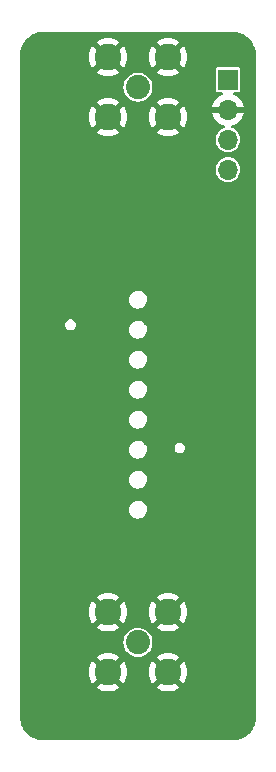
<source format=gbr>
%TF.GenerationSoftware,KiCad,Pcbnew,7.0.5*%
%TF.CreationDate,2023-06-23T15:01:08-05:00*%
%TF.ProjectId,Single.Channel.Amp,53696e67-6c65-42e4-9368-616e6e656c2e,rev?*%
%TF.SameCoordinates,Original*%
%TF.FileFunction,Copper,L3,Inr*%
%TF.FilePolarity,Positive*%
%FSLAX46Y46*%
G04 Gerber Fmt 4.6, Leading zero omitted, Abs format (unit mm)*
G04 Created by KiCad (PCBNEW 7.0.5) date 2023-06-23 15:01:08*
%MOMM*%
%LPD*%
G01*
G04 APERTURE LIST*
%TA.AperFunction,ComponentPad*%
%ADD10R,1.700000X1.700000*%
%TD*%
%TA.AperFunction,ComponentPad*%
%ADD11O,1.700000X1.700000*%
%TD*%
%TA.AperFunction,ComponentPad*%
%ADD12C,2.050000*%
%TD*%
%TA.AperFunction,ComponentPad*%
%ADD13C,2.250000*%
%TD*%
G04 APERTURE END LIST*
D10*
%TO.N,Net-(D1-A)*%
%TO.C,J3*%
X72620000Y-19370000D03*
D11*
%TO.N,GND*%
X72620000Y-21910000D03*
%TO.N,GND1*%
X72620000Y-24450000D03*
%TO.N,Net-(D2-K)*%
X72620000Y-26990000D03*
%TD*%
D12*
%TO.N,Net-(J2-Input)*%
%TO.C,J4*%
X65000000Y-67000000D03*
D13*
%TO.N,GND*%
X62460000Y-64460000D03*
X62460000Y-69540000D03*
X67540000Y-64460000D03*
X67540000Y-69540000D03*
%TD*%
D12*
%TO.N,Net-(J2-Output)*%
%TO.C,J5*%
X65000000Y-20000000D03*
D13*
%TO.N,GND*%
X62460000Y-17460000D03*
X62460000Y-22540000D03*
X67540000Y-17460000D03*
X67540000Y-22540000D03*
%TD*%
%TA.AperFunction,Conductor*%
%TO.N,GND*%
G36*
X73002019Y-15310633D02*
G01*
X73040149Y-15313131D01*
X73083793Y-15315992D01*
X73265459Y-15328985D01*
X73273102Y-15330015D01*
X73367572Y-15348806D01*
X73372190Y-15349912D01*
X73543719Y-15398061D01*
X73697413Y-15441204D01*
X73702315Y-15442802D01*
X73791762Y-15476164D01*
X73797481Y-15478634D01*
X73862544Y-15510719D01*
X73868651Y-15514176D01*
X74033108Y-15620000D01*
X74054728Y-15633912D01*
X74272782Y-15774225D01*
X74287440Y-15785274D01*
X74307332Y-15802718D01*
X74359510Y-15848476D01*
X74362463Y-15851243D01*
X74458770Y-15947550D01*
X74461531Y-15950498D01*
X74475243Y-15966135D01*
X74477144Y-15968410D01*
X74638444Y-16171187D01*
X74641459Y-16175318D01*
X74655410Y-16196197D01*
X74704958Y-16270351D01*
X74707824Y-16275085D01*
X74773806Y-16395921D01*
X74774996Y-16398213D01*
X74831352Y-16512492D01*
X74833839Y-16518251D01*
X74882881Y-16649737D01*
X74883500Y-16651475D01*
X74923597Y-16769597D01*
X74925472Y-16776353D01*
X74956848Y-16920589D01*
X74979980Y-17036880D01*
X74981015Y-17044560D01*
X74994021Y-17226413D01*
X74999367Y-17307966D01*
X74999500Y-17312023D01*
X74999500Y-73307976D01*
X74999367Y-73312033D01*
X74994022Y-73393558D01*
X74986015Y-73505514D01*
X74985608Y-73509442D01*
X74966386Y-73650854D01*
X74965760Y-73654599D01*
X74956842Y-73699440D01*
X74925471Y-73843647D01*
X74923596Y-73850403D01*
X74883496Y-73968531D01*
X74882879Y-73970265D01*
X74872626Y-73997758D01*
X74871277Y-74001080D01*
X74771176Y-74228425D01*
X74768848Y-74233157D01*
X74707824Y-74344914D01*
X74704958Y-74349648D01*
X74633467Y-74456641D01*
X74631549Y-74459351D01*
X74549744Y-74568631D01*
X74546723Y-74572357D01*
X74461529Y-74669502D01*
X74458755Y-74672464D01*
X74362464Y-74768755D01*
X74359502Y-74771529D01*
X74262357Y-74856723D01*
X74258631Y-74859744D01*
X74149351Y-74941549D01*
X74146641Y-74943467D01*
X74039649Y-75014957D01*
X74034914Y-75017823D01*
X73914075Y-75083806D01*
X73911790Y-75084993D01*
X73904596Y-75088541D01*
X73902019Y-75089740D01*
X73702563Y-75177002D01*
X73699377Y-75178292D01*
X73660275Y-75192876D01*
X73658538Y-75193494D01*
X73540402Y-75233596D01*
X73533647Y-75235471D01*
X73462130Y-75251029D01*
X73455117Y-75252554D01*
X73451369Y-75253250D01*
X73156664Y-75298589D01*
X73151657Y-75299152D01*
X73083568Y-75304022D01*
X73077972Y-75304389D01*
X73070672Y-75304867D01*
X73066636Y-75305000D01*
X56947817Y-75305000D01*
X56942201Y-75304745D01*
X56685599Y-75281417D01*
X56679129Y-75280482D01*
X56638251Y-75272351D01*
X56610617Y-75266854D01*
X56466352Y-75235471D01*
X56459597Y-75233596D01*
X56341465Y-75193496D01*
X56339728Y-75192877D01*
X56210480Y-75144670D01*
X56205300Y-75142466D01*
X56184183Y-75132323D01*
X56088201Y-75084990D01*
X56085909Y-75083800D01*
X56035990Y-75056542D01*
X55965081Y-75017823D01*
X55960357Y-75014962D01*
X55853348Y-74943461D01*
X55850639Y-74941543D01*
X55810592Y-74911564D01*
X55741353Y-74859732D01*
X55737648Y-74856729D01*
X55640680Y-74771690D01*
X55636671Y-74767843D01*
X55487338Y-74611116D01*
X55485610Y-74609226D01*
X55453281Y-74572362D01*
X55450260Y-74568637D01*
X55368449Y-74459351D01*
X55366531Y-74456640D01*
X55295037Y-74349641D01*
X55292170Y-74344907D01*
X55226173Y-74224042D01*
X55225024Y-74221830D01*
X55168635Y-74107483D01*
X55166160Y-74101750D01*
X55117093Y-73970198D01*
X55116540Y-73968646D01*
X55076394Y-73850378D01*
X55074529Y-73843659D01*
X55067509Y-73811387D01*
X55067137Y-73809545D01*
X55016592Y-73536600D01*
X55015715Y-73529742D01*
X55005991Y-73393778D01*
X55000632Y-73312019D01*
X55000499Y-73307993D01*
X55000499Y-69540000D01*
X60829975Y-69540000D01*
X60850042Y-69794989D01*
X60909752Y-70043702D01*
X61007634Y-70280012D01*
X61007636Y-70280015D01*
X61141275Y-70498095D01*
X61141286Y-70498110D01*
X61144533Y-70501911D01*
X61144535Y-70501911D01*
X61708766Y-69937679D01*
X61752316Y-70019822D01*
X61872009Y-70160735D01*
X62019195Y-70272623D01*
X62061402Y-70292150D01*
X61498087Y-70855464D01*
X61498087Y-70855465D01*
X61501888Y-70858712D01*
X61501898Y-70858719D01*
X61719984Y-70992363D01*
X61719987Y-70992365D01*
X61956297Y-71090247D01*
X62205011Y-71149957D01*
X62205010Y-71149957D01*
X62460000Y-71170024D01*
X62714989Y-71149957D01*
X62963702Y-71090247D01*
X63200012Y-70992365D01*
X63200015Y-70992363D01*
X63418103Y-70858719D01*
X63421912Y-70855464D01*
X62858609Y-70292161D01*
X62977431Y-70220669D01*
X63111658Y-70093523D01*
X63214861Y-69941309D01*
X63775464Y-70501912D01*
X63778719Y-70498103D01*
X63912363Y-70280015D01*
X63912365Y-70280012D01*
X64010247Y-70043702D01*
X64069957Y-69794989D01*
X64090024Y-69540000D01*
X65909975Y-69540000D01*
X65930042Y-69794989D01*
X65989752Y-70043702D01*
X66087634Y-70280012D01*
X66087636Y-70280015D01*
X66221275Y-70498095D01*
X66221286Y-70498110D01*
X66224533Y-70501911D01*
X66224535Y-70501911D01*
X66788766Y-69937679D01*
X66832316Y-70019822D01*
X66952009Y-70160735D01*
X67099195Y-70272623D01*
X67141402Y-70292150D01*
X66578087Y-70855464D01*
X66578087Y-70855465D01*
X66581888Y-70858712D01*
X66581898Y-70858719D01*
X66799984Y-70992363D01*
X66799987Y-70992365D01*
X67036297Y-71090247D01*
X67285011Y-71149957D01*
X67285010Y-71149957D01*
X67540000Y-71170024D01*
X67794989Y-71149957D01*
X68043702Y-71090247D01*
X68280012Y-70992365D01*
X68280015Y-70992363D01*
X68498103Y-70858719D01*
X68501912Y-70855464D01*
X67938609Y-70292161D01*
X68057431Y-70220669D01*
X68191658Y-70093523D01*
X68294861Y-69941309D01*
X68855464Y-70501912D01*
X68858719Y-70498103D01*
X68992363Y-70280015D01*
X68992365Y-70280012D01*
X69090247Y-70043702D01*
X69149957Y-69794989D01*
X69170024Y-69540000D01*
X69149957Y-69285010D01*
X69090247Y-69036297D01*
X68992365Y-68799987D01*
X68992363Y-68799984D01*
X68858719Y-68581898D01*
X68858712Y-68581888D01*
X68855465Y-68578087D01*
X68855464Y-68578087D01*
X68291232Y-69142319D01*
X68247684Y-69060178D01*
X68127991Y-68919265D01*
X67980805Y-68807377D01*
X67938597Y-68787849D01*
X68501911Y-68224535D01*
X68501911Y-68224533D01*
X68498110Y-68221286D01*
X68498095Y-68221275D01*
X68280015Y-68087636D01*
X68280012Y-68087634D01*
X68043702Y-67989752D01*
X67794988Y-67930042D01*
X67794989Y-67930042D01*
X67540000Y-67909975D01*
X67285010Y-67930042D01*
X67036297Y-67989752D01*
X66799987Y-68087634D01*
X66799984Y-68087636D01*
X66581897Y-68221280D01*
X66578087Y-68224534D01*
X67141390Y-68787837D01*
X67022569Y-68859331D01*
X66888342Y-68986477D01*
X66785138Y-69138691D01*
X66224534Y-68578087D01*
X66221280Y-68581897D01*
X66087636Y-68799984D01*
X66087634Y-68799987D01*
X65989752Y-69036297D01*
X65930042Y-69285010D01*
X65909975Y-69540000D01*
X64090024Y-69540000D01*
X64069957Y-69285010D01*
X64010247Y-69036297D01*
X63912365Y-68799987D01*
X63912363Y-68799984D01*
X63778719Y-68581898D01*
X63778712Y-68581888D01*
X63775465Y-68578087D01*
X63775464Y-68578087D01*
X63211232Y-69142319D01*
X63167684Y-69060178D01*
X63047991Y-68919265D01*
X62900805Y-68807377D01*
X62858596Y-68787849D01*
X63421911Y-68224535D01*
X63421911Y-68224533D01*
X63418110Y-68221286D01*
X63418095Y-68221275D01*
X63200015Y-68087636D01*
X63200012Y-68087634D01*
X62963702Y-67989752D01*
X62714988Y-67930042D01*
X62714989Y-67930042D01*
X62460000Y-67909975D01*
X62205010Y-67930042D01*
X61956297Y-67989752D01*
X61719987Y-68087634D01*
X61719984Y-68087636D01*
X61501897Y-68221280D01*
X61498087Y-68224534D01*
X62061390Y-68787838D01*
X61942569Y-68859331D01*
X61808342Y-68986477D01*
X61705138Y-69138691D01*
X61144533Y-68578087D01*
X61141280Y-68581897D01*
X61007636Y-68799984D01*
X61007634Y-68799987D01*
X60909752Y-69036297D01*
X60850042Y-69285010D01*
X60829975Y-69540000D01*
X55000499Y-69540000D01*
X55000499Y-67000001D01*
X63769819Y-67000001D01*
X63788507Y-67213613D01*
X63788509Y-67213624D01*
X63844005Y-67420739D01*
X63844007Y-67420743D01*
X63844008Y-67420747D01*
X63889320Y-67517918D01*
X63934631Y-67615090D01*
X63934632Y-67615091D01*
X64057627Y-67790745D01*
X64209255Y-67942373D01*
X64384909Y-68065368D01*
X64579253Y-68155992D01*
X64786381Y-68211492D01*
X64935442Y-68224533D01*
X64999998Y-68230181D01*
X65000000Y-68230181D01*
X65000002Y-68230181D01*
X65053404Y-68225508D01*
X65213619Y-68211492D01*
X65420747Y-68155992D01*
X65615091Y-68065368D01*
X65790745Y-67942373D01*
X65942373Y-67790745D01*
X66065368Y-67615091D01*
X66155992Y-67420747D01*
X66211492Y-67213619D01*
X66230181Y-67000000D01*
X66211492Y-66786381D01*
X66155992Y-66579253D01*
X66065368Y-66384910D01*
X65942373Y-66209255D01*
X65790745Y-66057627D01*
X65615091Y-65934632D01*
X65615092Y-65934632D01*
X65615090Y-65934631D01*
X65517918Y-65889320D01*
X65420747Y-65844008D01*
X65420743Y-65844007D01*
X65420739Y-65844005D01*
X65213624Y-65788509D01*
X65213620Y-65788508D01*
X65213619Y-65788508D01*
X65213618Y-65788507D01*
X65213613Y-65788507D01*
X65000002Y-65769819D01*
X64999998Y-65769819D01*
X64786386Y-65788507D01*
X64786375Y-65788509D01*
X64579260Y-65844005D01*
X64579251Y-65844009D01*
X64384910Y-65934631D01*
X64384908Y-65934632D01*
X64209259Y-66057623D01*
X64209253Y-66057628D01*
X64057628Y-66209253D01*
X64057623Y-66209259D01*
X63934632Y-66384908D01*
X63934631Y-66384910D01*
X63844009Y-66579251D01*
X63844005Y-66579260D01*
X63788509Y-66786375D01*
X63788507Y-66786386D01*
X63769819Y-66999998D01*
X63769819Y-67000001D01*
X55000499Y-67000001D01*
X55000499Y-64460000D01*
X60829975Y-64460000D01*
X60850042Y-64714989D01*
X60909752Y-64963702D01*
X61007634Y-65200012D01*
X61007636Y-65200015D01*
X61141275Y-65418095D01*
X61141286Y-65418110D01*
X61144533Y-65421911D01*
X61144535Y-65421911D01*
X61708766Y-64857679D01*
X61752316Y-64939822D01*
X61872009Y-65080735D01*
X62019195Y-65192623D01*
X62061402Y-65212150D01*
X61498087Y-65775464D01*
X61498087Y-65775465D01*
X61501888Y-65778712D01*
X61501898Y-65778719D01*
X61719984Y-65912363D01*
X61719987Y-65912365D01*
X61956297Y-66010247D01*
X62205011Y-66069957D01*
X62205010Y-66069957D01*
X62459999Y-66090024D01*
X62714989Y-66069957D01*
X62963702Y-66010247D01*
X63200012Y-65912365D01*
X63200015Y-65912363D01*
X63418103Y-65778719D01*
X63421912Y-65775464D01*
X62858609Y-65212161D01*
X62977431Y-65140669D01*
X63111658Y-65013523D01*
X63214861Y-64861309D01*
X63775464Y-65421912D01*
X63778719Y-65418103D01*
X63912363Y-65200015D01*
X63912365Y-65200012D01*
X64010247Y-64963702D01*
X64069957Y-64714989D01*
X64090024Y-64460000D01*
X65909975Y-64460000D01*
X65930042Y-64714989D01*
X65989752Y-64963702D01*
X66087634Y-65200012D01*
X66087636Y-65200015D01*
X66221275Y-65418095D01*
X66221286Y-65418110D01*
X66224533Y-65421911D01*
X66224535Y-65421911D01*
X66788766Y-64857679D01*
X66832316Y-64939822D01*
X66952009Y-65080735D01*
X67099195Y-65192623D01*
X67141402Y-65212150D01*
X66578087Y-65775464D01*
X66578087Y-65775465D01*
X66581888Y-65778712D01*
X66581898Y-65778719D01*
X66799984Y-65912363D01*
X66799987Y-65912365D01*
X67036297Y-66010247D01*
X67285011Y-66069957D01*
X67285010Y-66069957D01*
X67539999Y-66090024D01*
X67794989Y-66069957D01*
X68043702Y-66010247D01*
X68280012Y-65912365D01*
X68280015Y-65912363D01*
X68498103Y-65778719D01*
X68501912Y-65775464D01*
X67938609Y-65212161D01*
X68057431Y-65140669D01*
X68191658Y-65013523D01*
X68294861Y-64861308D01*
X68855464Y-65421912D01*
X68858719Y-65418103D01*
X68992363Y-65200015D01*
X68992365Y-65200012D01*
X69090247Y-64963702D01*
X69149957Y-64714989D01*
X69170024Y-64460000D01*
X69149957Y-64205010D01*
X69090247Y-63956297D01*
X68992365Y-63719987D01*
X68992363Y-63719984D01*
X68858719Y-63501898D01*
X68858712Y-63501888D01*
X68855465Y-63498087D01*
X68855464Y-63498087D01*
X68291232Y-64062319D01*
X68247684Y-63980178D01*
X68127991Y-63839265D01*
X67980805Y-63727377D01*
X67938597Y-63707849D01*
X68501911Y-63144535D01*
X68501911Y-63144533D01*
X68498110Y-63141286D01*
X68498095Y-63141275D01*
X68280015Y-63007636D01*
X68280012Y-63007634D01*
X68043702Y-62909752D01*
X67794988Y-62850042D01*
X67794989Y-62850042D01*
X67539999Y-62829975D01*
X67285010Y-62850042D01*
X67036297Y-62909752D01*
X66799987Y-63007634D01*
X66799984Y-63007636D01*
X66581897Y-63141280D01*
X66578087Y-63144534D01*
X67141390Y-63707837D01*
X67022569Y-63779331D01*
X66888342Y-63906477D01*
X66785139Y-64058690D01*
X66224534Y-63498087D01*
X66221280Y-63501897D01*
X66087636Y-63719984D01*
X66087634Y-63719987D01*
X65989752Y-63956297D01*
X65930042Y-64205010D01*
X65909975Y-64460000D01*
X64090024Y-64460000D01*
X64069957Y-64205010D01*
X64010247Y-63956297D01*
X63912365Y-63719987D01*
X63912363Y-63719984D01*
X63778719Y-63501898D01*
X63778712Y-63501888D01*
X63775465Y-63498087D01*
X63775464Y-63498087D01*
X63211232Y-64062318D01*
X63167684Y-63980178D01*
X63047991Y-63839265D01*
X62900805Y-63727377D01*
X62858597Y-63707849D01*
X63421911Y-63144535D01*
X63421911Y-63144533D01*
X63418110Y-63141286D01*
X63418095Y-63141275D01*
X63200015Y-63007636D01*
X63200012Y-63007634D01*
X62963702Y-62909752D01*
X62714988Y-62850042D01*
X62714989Y-62850042D01*
X62459999Y-62829975D01*
X62205010Y-62850042D01*
X61956297Y-62909752D01*
X61719987Y-63007634D01*
X61719984Y-63007636D01*
X61501897Y-63141280D01*
X61498087Y-63144534D01*
X62061390Y-63707837D01*
X61942569Y-63779331D01*
X61808342Y-63906477D01*
X61705138Y-64058691D01*
X61144534Y-63498087D01*
X61141280Y-63501897D01*
X61007636Y-63719984D01*
X61007634Y-63719987D01*
X60909752Y-63956297D01*
X60850042Y-64205010D01*
X60829975Y-64460000D01*
X55000499Y-64460000D01*
X55000499Y-55823933D01*
X64245668Y-55823933D01*
X64261058Y-55911210D01*
X64276135Y-55996711D01*
X64345623Y-56157804D01*
X64345624Y-56157806D01*
X64345626Y-56157809D01*
X64400278Y-56231218D01*
X64450390Y-56298530D01*
X64584786Y-56411302D01*
X64662488Y-56450325D01*
X64741562Y-56490038D01*
X64741563Y-56490038D01*
X64741567Y-56490040D01*
X64912279Y-56530500D01*
X64912282Y-56530500D01*
X65043701Y-56530500D01*
X65043709Y-56530500D01*
X65174255Y-56515241D01*
X65339117Y-56455237D01*
X65485696Y-56358830D01*
X65606092Y-56231218D01*
X65693812Y-56079281D01*
X65744130Y-55911210D01*
X65754331Y-55736065D01*
X65723865Y-55563289D01*
X65654377Y-55402196D01*
X65549610Y-55261470D01*
X65477747Y-55201170D01*
X65415214Y-55148698D01*
X65415212Y-55148697D01*
X65258437Y-55069961D01*
X65258433Y-55069960D01*
X65087721Y-55029500D01*
X64956291Y-55029500D01*
X64851854Y-55041707D01*
X64825743Y-55044759D01*
X64825740Y-55044760D01*
X64660884Y-55104762D01*
X64660880Y-55104764D01*
X64514306Y-55201167D01*
X64514305Y-55201168D01*
X64393910Y-55328778D01*
X64306188Y-55480718D01*
X64255870Y-55648789D01*
X64255869Y-55648794D01*
X64245668Y-55823933D01*
X55000499Y-55823933D01*
X55000499Y-53283933D01*
X64245668Y-53283933D01*
X64261058Y-53371210D01*
X64276135Y-53456711D01*
X64345623Y-53617804D01*
X64345624Y-53617806D01*
X64345626Y-53617809D01*
X64400278Y-53691218D01*
X64450390Y-53758530D01*
X64584786Y-53871302D01*
X64662488Y-53910325D01*
X64741562Y-53950038D01*
X64741563Y-53950038D01*
X64741567Y-53950040D01*
X64912279Y-53990500D01*
X64912282Y-53990500D01*
X65043701Y-53990500D01*
X65043709Y-53990500D01*
X65174255Y-53975241D01*
X65339117Y-53915237D01*
X65485696Y-53818830D01*
X65606092Y-53691218D01*
X65693812Y-53539281D01*
X65744130Y-53371210D01*
X65754331Y-53196065D01*
X65723865Y-53023289D01*
X65654377Y-52862196D01*
X65549610Y-52721470D01*
X65477747Y-52661170D01*
X65415214Y-52608698D01*
X65415212Y-52608697D01*
X65258437Y-52529961D01*
X65258433Y-52529960D01*
X65087721Y-52489500D01*
X64956291Y-52489500D01*
X64851854Y-52501707D01*
X64825743Y-52504759D01*
X64825740Y-52504760D01*
X64660884Y-52564762D01*
X64660880Y-52564764D01*
X64514306Y-52661167D01*
X64514305Y-52661168D01*
X64393910Y-52788778D01*
X64306188Y-52940718D01*
X64255870Y-53108789D01*
X64255869Y-53108794D01*
X64245668Y-53283933D01*
X55000499Y-53283933D01*
X55000499Y-50743933D01*
X64245668Y-50743933D01*
X64271243Y-50888967D01*
X64276135Y-50916711D01*
X64345623Y-51077804D01*
X64345624Y-51077806D01*
X64345626Y-51077809D01*
X64400278Y-51151218D01*
X64450390Y-51218530D01*
X64584786Y-51331302D01*
X64662488Y-51370325D01*
X64741562Y-51410038D01*
X64741563Y-51410038D01*
X64741567Y-51410040D01*
X64912279Y-51450500D01*
X64912282Y-51450500D01*
X65043701Y-51450500D01*
X65043709Y-51450500D01*
X65174255Y-51435241D01*
X65339117Y-51375237D01*
X65485696Y-51278830D01*
X65606092Y-51151218D01*
X65693812Y-50999281D01*
X65744130Y-50831210D01*
X65754331Y-50656065D01*
X65734747Y-50545000D01*
X68099867Y-50545000D01*
X68118302Y-50673225D01*
X68150594Y-50743933D01*
X68172118Y-50791063D01*
X68256951Y-50888967D01*
X68365931Y-50959004D01*
X68490225Y-50995499D01*
X68490227Y-50995500D01*
X68490228Y-50995500D01*
X68619773Y-50995500D01*
X68619773Y-50995499D01*
X68744069Y-50959004D01*
X68853049Y-50888967D01*
X68937882Y-50791063D01*
X68991697Y-50673226D01*
X69010133Y-50545000D01*
X68991697Y-50416774D01*
X68937882Y-50298937D01*
X68853049Y-50201033D01*
X68744069Y-50130996D01*
X68744065Y-50130994D01*
X68744064Y-50130994D01*
X68619774Y-50094500D01*
X68619772Y-50094500D01*
X68490228Y-50094500D01*
X68490226Y-50094500D01*
X68365935Y-50130994D01*
X68365932Y-50130995D01*
X68365931Y-50130996D01*
X68314677Y-50163934D01*
X68256950Y-50201033D01*
X68172118Y-50298937D01*
X68172117Y-50298938D01*
X68118302Y-50416774D01*
X68099867Y-50545000D01*
X65734747Y-50545000D01*
X65723865Y-50483289D01*
X65654377Y-50322196D01*
X65637061Y-50298937D01*
X65549609Y-50181469D01*
X65415214Y-50068698D01*
X65415212Y-50068697D01*
X65258437Y-49989961D01*
X65258433Y-49989960D01*
X65087721Y-49949500D01*
X64956291Y-49949500D01*
X64851854Y-49961707D01*
X64825743Y-49964759D01*
X64825740Y-49964760D01*
X64660884Y-50024762D01*
X64660880Y-50024764D01*
X64514306Y-50121167D01*
X64514305Y-50121168D01*
X64393910Y-50248778D01*
X64306188Y-50400718D01*
X64255870Y-50568789D01*
X64255869Y-50568794D01*
X64245668Y-50743933D01*
X55000499Y-50743933D01*
X55000499Y-48203933D01*
X64245668Y-48203933D01*
X64261058Y-48291210D01*
X64276135Y-48376711D01*
X64345623Y-48537804D01*
X64345624Y-48537806D01*
X64345626Y-48537809D01*
X64400278Y-48611218D01*
X64450390Y-48678530D01*
X64584786Y-48791302D01*
X64662488Y-48830325D01*
X64741562Y-48870038D01*
X64741563Y-48870038D01*
X64741567Y-48870040D01*
X64912279Y-48910500D01*
X64912282Y-48910500D01*
X65043701Y-48910500D01*
X65043709Y-48910500D01*
X65174255Y-48895241D01*
X65339117Y-48835237D01*
X65485696Y-48738830D01*
X65606092Y-48611218D01*
X65693812Y-48459281D01*
X65744130Y-48291210D01*
X65754331Y-48116065D01*
X65723865Y-47943289D01*
X65654377Y-47782196D01*
X65549610Y-47641470D01*
X65477747Y-47581170D01*
X65415214Y-47528698D01*
X65415212Y-47528697D01*
X65258437Y-47449961D01*
X65258433Y-47449960D01*
X65087721Y-47409500D01*
X64956291Y-47409500D01*
X64851854Y-47421707D01*
X64825743Y-47424759D01*
X64825740Y-47424760D01*
X64660884Y-47484762D01*
X64660880Y-47484764D01*
X64514306Y-47581167D01*
X64514305Y-47581168D01*
X64393910Y-47708778D01*
X64306188Y-47860718D01*
X64255870Y-48028789D01*
X64255869Y-48028794D01*
X64245668Y-48203933D01*
X55000499Y-48203933D01*
X55000499Y-45663933D01*
X64245668Y-45663933D01*
X64261058Y-45751210D01*
X64276135Y-45836711D01*
X64345623Y-45997804D01*
X64345624Y-45997806D01*
X64345626Y-45997809D01*
X64400278Y-46071218D01*
X64450390Y-46138530D01*
X64584786Y-46251302D01*
X64662488Y-46290325D01*
X64741562Y-46330038D01*
X64741563Y-46330038D01*
X64741567Y-46330040D01*
X64912279Y-46370500D01*
X64912282Y-46370500D01*
X65043701Y-46370500D01*
X65043709Y-46370500D01*
X65174255Y-46355241D01*
X65339117Y-46295237D01*
X65485696Y-46198830D01*
X65606092Y-46071218D01*
X65693812Y-45919281D01*
X65744130Y-45751210D01*
X65754331Y-45576065D01*
X65723865Y-45403289D01*
X65654377Y-45242196D01*
X65549610Y-45101470D01*
X65477747Y-45041170D01*
X65415214Y-44988698D01*
X65415212Y-44988697D01*
X65258437Y-44909961D01*
X65258433Y-44909960D01*
X65087721Y-44869500D01*
X64956291Y-44869500D01*
X64851854Y-44881707D01*
X64825743Y-44884759D01*
X64825740Y-44884760D01*
X64660884Y-44944762D01*
X64660880Y-44944764D01*
X64514306Y-45041167D01*
X64514305Y-45041168D01*
X64393910Y-45168778D01*
X64306188Y-45320718D01*
X64255870Y-45488789D01*
X64255869Y-45488794D01*
X64245668Y-45663933D01*
X55000499Y-45663933D01*
X55000499Y-43123933D01*
X64245668Y-43123933D01*
X64261058Y-43211210D01*
X64276135Y-43296711D01*
X64345623Y-43457804D01*
X64345624Y-43457806D01*
X64345626Y-43457809D01*
X64400278Y-43531218D01*
X64450390Y-43598530D01*
X64584786Y-43711302D01*
X64662488Y-43750325D01*
X64741562Y-43790038D01*
X64741563Y-43790038D01*
X64741567Y-43790040D01*
X64912279Y-43830500D01*
X64912282Y-43830500D01*
X65043701Y-43830500D01*
X65043709Y-43830500D01*
X65174255Y-43815241D01*
X65339117Y-43755237D01*
X65485696Y-43658830D01*
X65606092Y-43531218D01*
X65693812Y-43379281D01*
X65744130Y-43211210D01*
X65754331Y-43036065D01*
X65723865Y-42863289D01*
X65654377Y-42702196D01*
X65549610Y-42561470D01*
X65477747Y-42501170D01*
X65415214Y-42448698D01*
X65415212Y-42448697D01*
X65258437Y-42369961D01*
X65258433Y-42369960D01*
X65087721Y-42329500D01*
X64956291Y-42329500D01*
X64851854Y-42341707D01*
X64825743Y-42344759D01*
X64825740Y-42344760D01*
X64660884Y-42404762D01*
X64660880Y-42404764D01*
X64514306Y-42501167D01*
X64514305Y-42501168D01*
X64393910Y-42628778D01*
X64306188Y-42780718D01*
X64255870Y-42948789D01*
X64255869Y-42948794D01*
X64245668Y-43123933D01*
X55000499Y-43123933D01*
X55000499Y-40583933D01*
X64245668Y-40583933D01*
X64261058Y-40671210D01*
X64276135Y-40756711D01*
X64345623Y-40917804D01*
X64345624Y-40917806D01*
X64345626Y-40917809D01*
X64400278Y-40991218D01*
X64450390Y-41058530D01*
X64584786Y-41171302D01*
X64662488Y-41210325D01*
X64741562Y-41250038D01*
X64741563Y-41250038D01*
X64741567Y-41250040D01*
X64912279Y-41290500D01*
X64912282Y-41290500D01*
X65043701Y-41290500D01*
X65043709Y-41290500D01*
X65174255Y-41275241D01*
X65339117Y-41215237D01*
X65485696Y-41118830D01*
X65606092Y-40991218D01*
X65693812Y-40839281D01*
X65744130Y-40671210D01*
X65754331Y-40496065D01*
X65723865Y-40323289D01*
X65654377Y-40162196D01*
X65615518Y-40110000D01*
X65549609Y-40021469D01*
X65415214Y-39908698D01*
X65415212Y-39908697D01*
X65258437Y-39829961D01*
X65258433Y-39829960D01*
X65087721Y-39789500D01*
X64956291Y-39789500D01*
X64851854Y-39801707D01*
X64825743Y-39804759D01*
X64825740Y-39804760D01*
X64660884Y-39864762D01*
X64660880Y-39864764D01*
X64514306Y-39961167D01*
X64514305Y-39961168D01*
X64393910Y-40088778D01*
X64306188Y-40240718D01*
X64255870Y-40408789D01*
X64255869Y-40408794D01*
X64245668Y-40583933D01*
X55000499Y-40583933D01*
X55000499Y-40110000D01*
X58819867Y-40110000D01*
X58838302Y-40238225D01*
X58877150Y-40323289D01*
X58892118Y-40356063D01*
X58976951Y-40453967D01*
X59085931Y-40524004D01*
X59210225Y-40560499D01*
X59210227Y-40560500D01*
X59210228Y-40560500D01*
X59339773Y-40560500D01*
X59339773Y-40560499D01*
X59464069Y-40524004D01*
X59573049Y-40453967D01*
X59657882Y-40356063D01*
X59711697Y-40238226D01*
X59730133Y-40110000D01*
X59711697Y-39981774D01*
X59657882Y-39863937D01*
X59573049Y-39766033D01*
X59464069Y-39695996D01*
X59464065Y-39695994D01*
X59464064Y-39695994D01*
X59339774Y-39659500D01*
X59339772Y-39659500D01*
X59210228Y-39659500D01*
X59210226Y-39659500D01*
X59085935Y-39695994D01*
X59085932Y-39695995D01*
X59085931Y-39695996D01*
X59034677Y-39728934D01*
X58976950Y-39766033D01*
X58892118Y-39863937D01*
X58892117Y-39863938D01*
X58838302Y-39981774D01*
X58819867Y-40110000D01*
X55000499Y-40110000D01*
X55000499Y-38043933D01*
X64245668Y-38043933D01*
X64261058Y-38131210D01*
X64276135Y-38216711D01*
X64345623Y-38377804D01*
X64345624Y-38377806D01*
X64345626Y-38377809D01*
X64400278Y-38451218D01*
X64450390Y-38518530D01*
X64584786Y-38631302D01*
X64662488Y-38670325D01*
X64741562Y-38710038D01*
X64741563Y-38710038D01*
X64741567Y-38710040D01*
X64912279Y-38750500D01*
X64912282Y-38750500D01*
X65043701Y-38750500D01*
X65043709Y-38750500D01*
X65174255Y-38735241D01*
X65339117Y-38675237D01*
X65485696Y-38578830D01*
X65606092Y-38451218D01*
X65693812Y-38299281D01*
X65744130Y-38131210D01*
X65754331Y-37956065D01*
X65723865Y-37783289D01*
X65654377Y-37622196D01*
X65549610Y-37481470D01*
X65477747Y-37421170D01*
X65415214Y-37368698D01*
X65415212Y-37368697D01*
X65258437Y-37289961D01*
X65258433Y-37289960D01*
X65087721Y-37249500D01*
X64956291Y-37249500D01*
X64851854Y-37261707D01*
X64825743Y-37264759D01*
X64825740Y-37264760D01*
X64660884Y-37324762D01*
X64660880Y-37324764D01*
X64514306Y-37421167D01*
X64514305Y-37421168D01*
X64393910Y-37548778D01*
X64306188Y-37700718D01*
X64255870Y-37868789D01*
X64255869Y-37868794D01*
X64245668Y-38043933D01*
X55000499Y-38043933D01*
X55000499Y-26990000D01*
X71564417Y-26990000D01*
X71584699Y-27195932D01*
X71584700Y-27195934D01*
X71644768Y-27393954D01*
X71742315Y-27576450D01*
X71742317Y-27576452D01*
X71873589Y-27736410D01*
X71970209Y-27815702D01*
X72033550Y-27867685D01*
X72216046Y-27965232D01*
X72414066Y-28025300D01*
X72414065Y-28025300D01*
X72432529Y-28027118D01*
X72620000Y-28045583D01*
X72825934Y-28025300D01*
X73023954Y-27965232D01*
X73206450Y-27867685D01*
X73366410Y-27736410D01*
X73497685Y-27576450D01*
X73595232Y-27393954D01*
X73655300Y-27195934D01*
X73675583Y-26990000D01*
X73655300Y-26784066D01*
X73595232Y-26586046D01*
X73497685Y-26403550D01*
X73445702Y-26340209D01*
X73366410Y-26243589D01*
X73206452Y-26112317D01*
X73206453Y-26112317D01*
X73206450Y-26112315D01*
X73023954Y-26014768D01*
X72825934Y-25954700D01*
X72825932Y-25954699D01*
X72825934Y-25954699D01*
X72620000Y-25934417D01*
X72414067Y-25954699D01*
X72216043Y-26014769D01*
X72105898Y-26073643D01*
X72033550Y-26112315D01*
X72033548Y-26112316D01*
X72033547Y-26112317D01*
X71873589Y-26243589D01*
X71742317Y-26403547D01*
X71644769Y-26586043D01*
X71584699Y-26784067D01*
X71564417Y-26990000D01*
X55000499Y-26990000D01*
X55000499Y-22540000D01*
X60829975Y-22540000D01*
X60850042Y-22794989D01*
X60909752Y-23043702D01*
X61007634Y-23280012D01*
X61007636Y-23280015D01*
X61141275Y-23498095D01*
X61141286Y-23498110D01*
X61144533Y-23501911D01*
X61144535Y-23501911D01*
X61708766Y-22937679D01*
X61752316Y-23019822D01*
X61872009Y-23160735D01*
X62019195Y-23272623D01*
X62061402Y-23292150D01*
X61498087Y-23855464D01*
X61498087Y-23855465D01*
X61501888Y-23858712D01*
X61501898Y-23858719D01*
X61719984Y-23992363D01*
X61719987Y-23992365D01*
X61956297Y-24090247D01*
X62205011Y-24149957D01*
X62205010Y-24149957D01*
X62460000Y-24170024D01*
X62714989Y-24149957D01*
X62963702Y-24090247D01*
X63200012Y-23992365D01*
X63200015Y-23992363D01*
X63418103Y-23858719D01*
X63421912Y-23855464D01*
X62858609Y-23292161D01*
X62977431Y-23220669D01*
X63111658Y-23093523D01*
X63214861Y-22941309D01*
X63775464Y-23501912D01*
X63778719Y-23498103D01*
X63912363Y-23280015D01*
X63912365Y-23280012D01*
X64010247Y-23043702D01*
X64069957Y-22794989D01*
X64090024Y-22540000D01*
X65909975Y-22540000D01*
X65930042Y-22794989D01*
X65989752Y-23043702D01*
X66087634Y-23280012D01*
X66087636Y-23280015D01*
X66221275Y-23498095D01*
X66221286Y-23498110D01*
X66224533Y-23501911D01*
X66224535Y-23501911D01*
X66788766Y-22937679D01*
X66832316Y-23019822D01*
X66952009Y-23160735D01*
X67099195Y-23272623D01*
X67141402Y-23292150D01*
X66578087Y-23855464D01*
X66578087Y-23855465D01*
X66581888Y-23858712D01*
X66581898Y-23858719D01*
X66799984Y-23992363D01*
X66799987Y-23992365D01*
X67036297Y-24090247D01*
X67285011Y-24149957D01*
X67285010Y-24149957D01*
X67540000Y-24170024D01*
X67794989Y-24149957D01*
X68043702Y-24090247D01*
X68280012Y-23992365D01*
X68280015Y-23992363D01*
X68498103Y-23858719D01*
X68501912Y-23855464D01*
X67938609Y-23292161D01*
X68057431Y-23220669D01*
X68191658Y-23093523D01*
X68294861Y-22941309D01*
X68855464Y-23501912D01*
X68858719Y-23498103D01*
X68992363Y-23280015D01*
X68992365Y-23280012D01*
X69090247Y-23043702D01*
X69149957Y-22794989D01*
X69170024Y-22540000D01*
X69149957Y-22285010D01*
X69119945Y-22160000D01*
X71289364Y-22160000D01*
X71346567Y-22373486D01*
X71346570Y-22373492D01*
X71446399Y-22587578D01*
X71581894Y-22781082D01*
X71748917Y-22948105D01*
X71942421Y-23083600D01*
X72156507Y-23183429D01*
X72156516Y-23183433D01*
X72278649Y-23216158D01*
X72338310Y-23252523D01*
X72368839Y-23315369D01*
X72360545Y-23384745D01*
X72316059Y-23438623D01*
X72282552Y-23454593D01*
X72216046Y-23474767D01*
X72085358Y-23544622D01*
X72033550Y-23572315D01*
X72033548Y-23572316D01*
X72033547Y-23572317D01*
X71873589Y-23703589D01*
X71742317Y-23863547D01*
X71644769Y-24046043D01*
X71584699Y-24244067D01*
X71564417Y-24450000D01*
X71584699Y-24655932D01*
X71584700Y-24655934D01*
X71644768Y-24853954D01*
X71742315Y-25036450D01*
X71742317Y-25036452D01*
X71873589Y-25196410D01*
X71970209Y-25275702D01*
X72033550Y-25327685D01*
X72216046Y-25425232D01*
X72414066Y-25485300D01*
X72414065Y-25485300D01*
X72432529Y-25487118D01*
X72620000Y-25505583D01*
X72825934Y-25485300D01*
X73023954Y-25425232D01*
X73206450Y-25327685D01*
X73366410Y-25196410D01*
X73497685Y-25036450D01*
X73595232Y-24853954D01*
X73655300Y-24655934D01*
X73675583Y-24450000D01*
X73655300Y-24244066D01*
X73595232Y-24046046D01*
X73497685Y-23863550D01*
X73445702Y-23800209D01*
X73366410Y-23703589D01*
X73206452Y-23572317D01*
X73206453Y-23572317D01*
X73206450Y-23572315D01*
X73023954Y-23474768D01*
X72957447Y-23454593D01*
X72899009Y-23416296D01*
X72870553Y-23352484D01*
X72881113Y-23283417D01*
X72927337Y-23231023D01*
X72961350Y-23216158D01*
X73083483Y-23183433D01*
X73083492Y-23183429D01*
X73297578Y-23083600D01*
X73491082Y-22948105D01*
X73658105Y-22781082D01*
X73793600Y-22587578D01*
X73893429Y-22373492D01*
X73893432Y-22373486D01*
X73950636Y-22160000D01*
X73053686Y-22160000D01*
X73079493Y-22119844D01*
X73120000Y-21981889D01*
X73120000Y-21838111D01*
X73079493Y-21700156D01*
X73053686Y-21660000D01*
X73950636Y-21660000D01*
X73950635Y-21659999D01*
X73893432Y-21446513D01*
X73893429Y-21446507D01*
X73793600Y-21232422D01*
X73793599Y-21232420D01*
X73658113Y-21038926D01*
X73658108Y-21038920D01*
X73491082Y-20871894D01*
X73297578Y-20736399D01*
X73127052Y-20656882D01*
X73074613Y-20610710D01*
X73055461Y-20543516D01*
X73075677Y-20476635D01*
X73128842Y-20431300D01*
X73179457Y-20420500D01*
X73489750Y-20420500D01*
X73489751Y-20420499D01*
X73504568Y-20417552D01*
X73548229Y-20408868D01*
X73548229Y-20408867D01*
X73548231Y-20408867D01*
X73614552Y-20364552D01*
X73658867Y-20298231D01*
X73658867Y-20298229D01*
X73658868Y-20298229D01*
X73670499Y-20239752D01*
X73670500Y-20239750D01*
X73670500Y-18500249D01*
X73670499Y-18500247D01*
X73658868Y-18441770D01*
X73658867Y-18441769D01*
X73614552Y-18375447D01*
X73548230Y-18331132D01*
X73548229Y-18331131D01*
X73489752Y-18319500D01*
X73489748Y-18319500D01*
X71750252Y-18319500D01*
X71750247Y-18319500D01*
X71691770Y-18331131D01*
X71691769Y-18331132D01*
X71625447Y-18375447D01*
X71581132Y-18441769D01*
X71581131Y-18441770D01*
X71569500Y-18500247D01*
X71569500Y-20239752D01*
X71581131Y-20298229D01*
X71581132Y-20298230D01*
X71625447Y-20364552D01*
X71691769Y-20408867D01*
X71691770Y-20408868D01*
X71750247Y-20420499D01*
X71750250Y-20420500D01*
X72060543Y-20420500D01*
X72127582Y-20440185D01*
X72173337Y-20492989D01*
X72183281Y-20562147D01*
X72154256Y-20625703D01*
X72112948Y-20656882D01*
X71942422Y-20736399D01*
X71942420Y-20736400D01*
X71748926Y-20871886D01*
X71748920Y-20871891D01*
X71581891Y-21038920D01*
X71581886Y-21038926D01*
X71446400Y-21232420D01*
X71446399Y-21232422D01*
X71346570Y-21446507D01*
X71346567Y-21446513D01*
X71289364Y-21659999D01*
X71289364Y-21660000D01*
X72186314Y-21660000D01*
X72160507Y-21700156D01*
X72120000Y-21838111D01*
X72120000Y-21981889D01*
X72160507Y-22119844D01*
X72186314Y-22160000D01*
X71289364Y-22160000D01*
X69119945Y-22160000D01*
X69090247Y-22036297D01*
X68992365Y-21799987D01*
X68992363Y-21799984D01*
X68858719Y-21581898D01*
X68858712Y-21581888D01*
X68855465Y-21578087D01*
X68855464Y-21578087D01*
X68291232Y-22142319D01*
X68247684Y-22060178D01*
X68127991Y-21919265D01*
X67980805Y-21807377D01*
X67938597Y-21787849D01*
X68501911Y-21224535D01*
X68501911Y-21224533D01*
X68498110Y-21221286D01*
X68498095Y-21221275D01*
X68280015Y-21087636D01*
X68280012Y-21087634D01*
X68043702Y-20989752D01*
X67794988Y-20930042D01*
X67794989Y-20930042D01*
X67540000Y-20909975D01*
X67285010Y-20930042D01*
X67036297Y-20989752D01*
X66799987Y-21087634D01*
X66799984Y-21087636D01*
X66581897Y-21221280D01*
X66578087Y-21224534D01*
X67141390Y-21787837D01*
X67022569Y-21859331D01*
X66888342Y-21986477D01*
X66785138Y-22138691D01*
X66224534Y-21578087D01*
X66221280Y-21581897D01*
X66087636Y-21799984D01*
X66087634Y-21799987D01*
X65989752Y-22036297D01*
X65930042Y-22285010D01*
X65909975Y-22540000D01*
X64090024Y-22540000D01*
X64069957Y-22285010D01*
X64010247Y-22036297D01*
X63912365Y-21799987D01*
X63912363Y-21799984D01*
X63778719Y-21581898D01*
X63778712Y-21581888D01*
X63775465Y-21578087D01*
X63775464Y-21578087D01*
X63211232Y-22142318D01*
X63167684Y-22060178D01*
X63047991Y-21919265D01*
X62900805Y-21807377D01*
X62858597Y-21787849D01*
X63421911Y-21224535D01*
X63421911Y-21224533D01*
X63418110Y-21221286D01*
X63418095Y-21221275D01*
X63200015Y-21087636D01*
X63200012Y-21087634D01*
X62963702Y-20989752D01*
X62714988Y-20930042D01*
X62714989Y-20930042D01*
X62460000Y-20909975D01*
X62205010Y-20930042D01*
X61956297Y-20989752D01*
X61719987Y-21087634D01*
X61719984Y-21087636D01*
X61501897Y-21221280D01*
X61498087Y-21224534D01*
X62061390Y-21787837D01*
X61942569Y-21859331D01*
X61808342Y-21986477D01*
X61705138Y-22138691D01*
X61144534Y-21578087D01*
X61141280Y-21581897D01*
X61007636Y-21799984D01*
X61007634Y-21799987D01*
X60909752Y-22036297D01*
X60850042Y-22285010D01*
X60829975Y-22540000D01*
X55000499Y-22540000D01*
X55000499Y-20000001D01*
X63769819Y-20000001D01*
X63788507Y-20213613D01*
X63788509Y-20213624D01*
X63844005Y-20420739D01*
X63844007Y-20420743D01*
X63844008Y-20420747D01*
X63870069Y-20476635D01*
X63934631Y-20615090D01*
X64019573Y-20736399D01*
X64057627Y-20790745D01*
X64209255Y-20942373D01*
X64384909Y-21065368D01*
X64579253Y-21155992D01*
X64786381Y-21211492D01*
X64935442Y-21224533D01*
X64999998Y-21230181D01*
X65000000Y-21230181D01*
X65000002Y-21230181D01*
X65053404Y-21225508D01*
X65213619Y-21211492D01*
X65420747Y-21155992D01*
X65615091Y-21065368D01*
X65790745Y-20942373D01*
X65942373Y-20790745D01*
X66065368Y-20615091D01*
X66155992Y-20420747D01*
X66211492Y-20213619D01*
X66230181Y-20000000D01*
X66211492Y-19786381D01*
X66155992Y-19579253D01*
X66065368Y-19384910D01*
X65942373Y-19209255D01*
X65790745Y-19057627D01*
X65615091Y-18934632D01*
X65615092Y-18934632D01*
X65615090Y-18934631D01*
X65517919Y-18889320D01*
X65420747Y-18844008D01*
X65420743Y-18844007D01*
X65420739Y-18844005D01*
X65213624Y-18788509D01*
X65213620Y-18788508D01*
X65213619Y-18788508D01*
X65213618Y-18788507D01*
X65213613Y-18788507D01*
X65000002Y-18769819D01*
X64999998Y-18769819D01*
X64786386Y-18788507D01*
X64786375Y-18788509D01*
X64579260Y-18844005D01*
X64579251Y-18844009D01*
X64384910Y-18934631D01*
X64384908Y-18934632D01*
X64209259Y-19057623D01*
X64209253Y-19057628D01*
X64057628Y-19209253D01*
X64057623Y-19209259D01*
X63934632Y-19384908D01*
X63934631Y-19384910D01*
X63844009Y-19579251D01*
X63844005Y-19579260D01*
X63788509Y-19786375D01*
X63788507Y-19786386D01*
X63769819Y-19999998D01*
X63769819Y-20000001D01*
X55000499Y-20000001D01*
X55000499Y-17460000D01*
X60829975Y-17460000D01*
X60850042Y-17714989D01*
X60909752Y-17963702D01*
X61007634Y-18200012D01*
X61007636Y-18200015D01*
X61141275Y-18418095D01*
X61141286Y-18418110D01*
X61144533Y-18421911D01*
X61144535Y-18421911D01*
X61708766Y-17857679D01*
X61752316Y-17939822D01*
X61872009Y-18080735D01*
X62019195Y-18192623D01*
X62061402Y-18212150D01*
X61498087Y-18775464D01*
X61498087Y-18775465D01*
X61501888Y-18778712D01*
X61501898Y-18778719D01*
X61719984Y-18912363D01*
X61719987Y-18912365D01*
X61956297Y-19010247D01*
X62205011Y-19069957D01*
X62205010Y-19069957D01*
X62460000Y-19090024D01*
X62714989Y-19069957D01*
X62963702Y-19010247D01*
X63200012Y-18912365D01*
X63200015Y-18912363D01*
X63418103Y-18778719D01*
X63421912Y-18775464D01*
X62858609Y-18212161D01*
X62977431Y-18140669D01*
X63111658Y-18013523D01*
X63214861Y-17861309D01*
X63775464Y-18421912D01*
X63778719Y-18418103D01*
X63912363Y-18200015D01*
X63912365Y-18200012D01*
X64010247Y-17963702D01*
X64069957Y-17714989D01*
X64090024Y-17460000D01*
X65909975Y-17460000D01*
X65930042Y-17714989D01*
X65989752Y-17963702D01*
X66087634Y-18200012D01*
X66087636Y-18200015D01*
X66221275Y-18418095D01*
X66221286Y-18418110D01*
X66224533Y-18421911D01*
X66224535Y-18421911D01*
X66788766Y-17857679D01*
X66832316Y-17939822D01*
X66952009Y-18080735D01*
X67099195Y-18192623D01*
X67141402Y-18212150D01*
X66578087Y-18775464D01*
X66578087Y-18775465D01*
X66581888Y-18778712D01*
X66581898Y-18778719D01*
X66799984Y-18912363D01*
X66799987Y-18912365D01*
X67036297Y-19010247D01*
X67285011Y-19069957D01*
X67285010Y-19069957D01*
X67540000Y-19090024D01*
X67794989Y-19069957D01*
X68043702Y-19010247D01*
X68280012Y-18912365D01*
X68280015Y-18912363D01*
X68498103Y-18778719D01*
X68501912Y-18775464D01*
X67938609Y-18212161D01*
X68057431Y-18140669D01*
X68191658Y-18013523D01*
X68294861Y-17861309D01*
X68855464Y-18421912D01*
X68858719Y-18418103D01*
X68992363Y-18200015D01*
X68992365Y-18200012D01*
X69090247Y-17963702D01*
X69149957Y-17714989D01*
X69170024Y-17460000D01*
X69149957Y-17205010D01*
X69090247Y-16956297D01*
X68992365Y-16719987D01*
X68992363Y-16719984D01*
X68858719Y-16501898D01*
X68858712Y-16501888D01*
X68855465Y-16498087D01*
X68855464Y-16498087D01*
X68291232Y-17062319D01*
X68247684Y-16980178D01*
X68127991Y-16839265D01*
X67980805Y-16727377D01*
X67938597Y-16707849D01*
X68501911Y-16144535D01*
X68501911Y-16144533D01*
X68498110Y-16141286D01*
X68498095Y-16141275D01*
X68280015Y-16007636D01*
X68280012Y-16007634D01*
X68043702Y-15909752D01*
X67794988Y-15850042D01*
X67794989Y-15850042D01*
X67540000Y-15829975D01*
X67285010Y-15850042D01*
X67036297Y-15909752D01*
X66799987Y-16007634D01*
X66799984Y-16007636D01*
X66581897Y-16141280D01*
X66578087Y-16144534D01*
X67141390Y-16707837D01*
X67022569Y-16779331D01*
X66888342Y-16906477D01*
X66785138Y-17058691D01*
X66224534Y-16498087D01*
X66221280Y-16501897D01*
X66087636Y-16719984D01*
X66087634Y-16719987D01*
X65989752Y-16956297D01*
X65930042Y-17205010D01*
X65909975Y-17460000D01*
X64090024Y-17460000D01*
X64069957Y-17205010D01*
X64010247Y-16956297D01*
X63912365Y-16719987D01*
X63912363Y-16719984D01*
X63778719Y-16501898D01*
X63778712Y-16501888D01*
X63775465Y-16498087D01*
X63775464Y-16498087D01*
X63211232Y-17062318D01*
X63167684Y-16980178D01*
X63047991Y-16839265D01*
X62900805Y-16727377D01*
X62858596Y-16707849D01*
X63421911Y-16144535D01*
X63421911Y-16144533D01*
X63418110Y-16141286D01*
X63418095Y-16141275D01*
X63200015Y-16007636D01*
X63200012Y-16007634D01*
X62963702Y-15909752D01*
X62714988Y-15850042D01*
X62714989Y-15850042D01*
X62460000Y-15829975D01*
X62205010Y-15850042D01*
X61956297Y-15909752D01*
X61719987Y-16007634D01*
X61719984Y-16007636D01*
X61501897Y-16141280D01*
X61498087Y-16144534D01*
X62061390Y-16707838D01*
X61942569Y-16779331D01*
X61808342Y-16906477D01*
X61705138Y-17058691D01*
X61144534Y-16498087D01*
X61141280Y-16501897D01*
X61007636Y-16719984D01*
X61007634Y-16719987D01*
X60909752Y-16956297D01*
X60850042Y-17205010D01*
X60829975Y-17460000D01*
X55000499Y-17460000D01*
X55000499Y-17312023D01*
X55000632Y-17307981D01*
X55002463Y-17280034D01*
X55005990Y-17226226D01*
X55010715Y-17160169D01*
X55011798Y-17152250D01*
X55108157Y-16677592D01*
X55110194Y-16670050D01*
X55116530Y-16651385D01*
X55117123Y-16649719D01*
X55164736Y-16522063D01*
X55176970Y-16497790D01*
X55456059Y-16068744D01*
X55477205Y-16044052D01*
X55934491Y-15633910D01*
X55969200Y-15611923D01*
X56545807Y-15369381D01*
X56567512Y-15362520D01*
X56610457Y-15353177D01*
X56626483Y-15349989D01*
X56631595Y-15349195D01*
X56940034Y-15314495D01*
X56942834Y-15314246D01*
X56965993Y-15312728D01*
X56997981Y-15310633D01*
X57002035Y-15310500D01*
X72997964Y-15310500D01*
X73002019Y-15310633D01*
G37*
%TD.AperFunction*%
%TD*%
M02*

</source>
